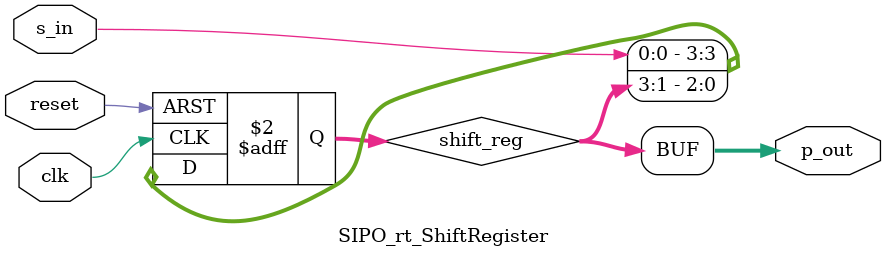
<source format=v>
`timescale 1ns / 1ps


module SIPO_rt_ShiftRegister(
input clk,
input reset,
input s_in,
output [3:0] p_out
);

reg [3:0] shift_reg;
assign p_out = shift_reg;

always@(posedge clk or posedge reset)
begin
if (reset)
begin
shift_reg = 4'b0000;
end
else
begin
shift_reg = {s_in ,shift_reg[3:1]}; 
end
end
endmodule

</source>
